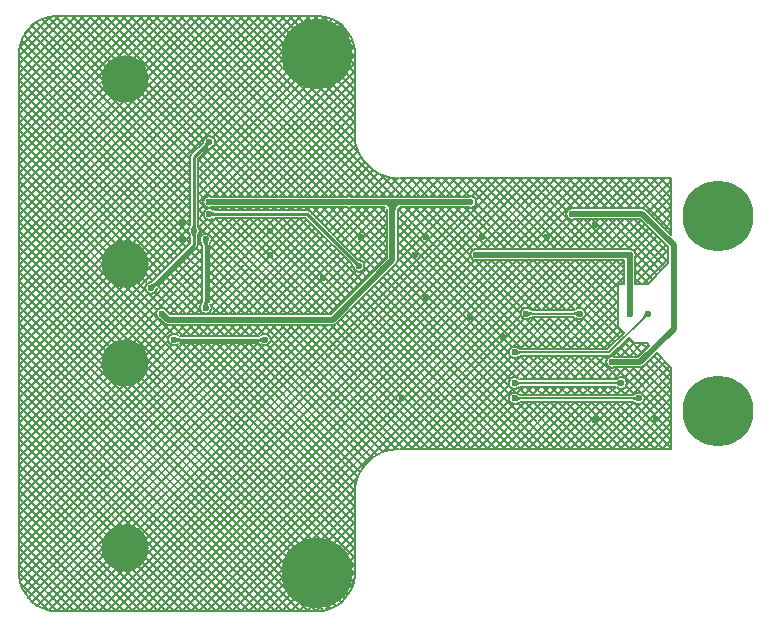
<source format=gbl>
G04*
G04 #@! TF.GenerationSoftware,Altium Limited,Altium Designer,23.9.2 (47)*
G04*
G04 Layer_Physical_Order=2*
G04 Layer_Color=16711680*
%FSLAX25Y25*%
%MOIN*%
G70*
G04*
G04 #@! TF.SameCoordinates,5BF2F9AB-C423-4005-A627-090FB2B952A9*
G04*
G04*
G04 #@! TF.FilePolarity,Positive*
G04*
G01*
G75*
%ADD10C,0.00984*%
%ADD13C,0.00787*%
%ADD15C,0.00591*%
%ADD45C,0.01968*%
%ADD46C,0.15748*%
%ADD47C,0.23622*%
%ADD48C,0.02362*%
G36*
X23141Y-9154D02*
X23021Y-9157D01*
X22908Y-9167D01*
X22800Y-9184D01*
X22697Y-9207D01*
X22601Y-9237D01*
X22509Y-9274D01*
X22424Y-9318D01*
X22344Y-9368D01*
X22270Y-9425D01*
X22202Y-9488D01*
Y-7835D01*
X22270Y-7898D01*
X22344Y-7955D01*
X22424Y-8005D01*
X22509Y-8049D01*
X22601Y-8086D01*
X22697Y-8116D01*
X22800Y-8139D01*
X22908Y-8156D01*
X23021Y-8166D01*
X23141Y-8169D01*
Y-9154D01*
D02*
G37*
G36*
X15289Y9593D02*
X15207Y9507D01*
X15134Y9419D01*
X15069Y9331D01*
X15014Y9242D01*
X14967Y9152D01*
X14928Y9062D01*
X14899Y8971D01*
X14878Y8879D01*
X14866Y8786D01*
X14862Y8693D01*
X13693Y9862D01*
X13786Y9866D01*
X13879Y9878D01*
X13971Y9899D01*
X14062Y9928D01*
X14152Y9967D01*
X14242Y10014D01*
X14331Y10069D01*
X14419Y10134D01*
X14507Y10207D01*
X14593Y10289D01*
X15289Y9593D01*
D02*
G37*
G36*
X32303Y3751D02*
X32307Y3632D01*
X32316Y3518D01*
X32333Y3410D01*
X32357Y3307D01*
X32387Y3211D01*
X32424Y3120D01*
X32467Y3034D01*
X32517Y2954D01*
X32574Y2880D01*
X32638Y2812D01*
X30984D01*
X31048Y2880D01*
X31105Y2954D01*
X31155Y3034D01*
X31198Y3120D01*
X31235Y3211D01*
X31265Y3307D01*
X31289Y3410D01*
X31306Y3518D01*
X31316Y3632D01*
X31319Y3751D01*
X32303D01*
D02*
G37*
G36*
X49793Y-8169D02*
X49912Y-8166D01*
X50025Y-8156D01*
X50134Y-8139D01*
X50236Y-8116D01*
X50333Y-8086D01*
X50424Y-8049D01*
X50509Y-8005D01*
X50589Y-7955D01*
X50663Y-7898D01*
X50731Y-7835D01*
Y-9488D01*
X50663Y-9425D01*
X50589Y-9368D01*
X50509Y-9318D01*
X50424Y-9274D01*
X50333Y-9237D01*
X50236Y-9207D01*
X50134Y-9184D01*
X50025Y-9167D01*
X49912Y-9157D01*
X49793Y-9154D01*
Y-8169D01*
D02*
G37*
G36*
X27461Y25777D02*
X27457Y25896D01*
X27447Y26010D01*
X27430Y26118D01*
X27407Y26220D01*
X27377Y26317D01*
X27340Y26408D01*
X27297Y26493D01*
X27246Y26573D01*
X27190Y26647D01*
X27126Y26716D01*
X28780D01*
X28716Y26647D01*
X28659Y26573D01*
X28609Y26493D01*
X28565Y26408D01*
X28529Y26317D01*
X28498Y26220D01*
X28475Y26118D01*
X28458Y26010D01*
X28448Y25896D01*
X28445Y25777D01*
X27461D01*
D02*
G37*
G36*
X31319Y22942D02*
X31316Y23061D01*
X31306Y23175D01*
X31289Y23283D01*
X31265Y23385D01*
X31235Y23482D01*
X31198Y23573D01*
X31155Y23659D01*
X31105Y23738D01*
X31048Y23812D01*
X30984Y23881D01*
X32638D01*
X32574Y23812D01*
X32517Y23738D01*
X32467Y23659D01*
X32424Y23573D01*
X32387Y23482D01*
X32357Y23385D01*
X32333Y23283D01*
X32316Y23175D01*
X32307Y23061D01*
X32303Y22942D01*
X31319D01*
D02*
G37*
G36*
X28445Y29341D02*
X28448Y29222D01*
X28458Y29108D01*
X28475Y29000D01*
X28498Y28898D01*
X28529Y28801D01*
X28565Y28710D01*
X28609Y28625D01*
X28659Y28545D01*
X28716Y28471D01*
X28780Y28403D01*
X27126D01*
X27190Y28471D01*
X27246Y28545D01*
X27297Y28625D01*
X27340Y28710D01*
X27377Y28801D01*
X27407Y28898D01*
X27430Y29000D01*
X27447Y29108D01*
X27457Y29222D01*
X27461Y29341D01*
X28445D01*
D02*
G37*
G36*
X34853Y32697D02*
X34734Y32693D01*
X34620Y32684D01*
X34512Y32667D01*
X34410Y32643D01*
X34313Y32613D01*
X34222Y32576D01*
X34137Y32533D01*
X34057Y32483D01*
X33983Y32426D01*
X33914Y32362D01*
Y34016D01*
X33983Y33952D01*
X34057Y33895D01*
X34137Y33845D01*
X34222Y33802D01*
X34313Y33765D01*
X34410Y33735D01*
X34512Y33711D01*
X34620Y33694D01*
X34734Y33684D01*
X34853Y33681D01*
Y32697D01*
D02*
G37*
G36*
X31463Y56371D02*
X31545Y56458D01*
X31618Y56545D01*
X31682Y56634D01*
X31738Y56723D01*
X31785Y56812D01*
X31824Y56903D01*
X31853Y56994D01*
X31874Y57086D01*
X31886Y57178D01*
X31890Y57272D01*
X33059Y56102D01*
X32966Y56099D01*
X32873Y56087D01*
X32781Y56066D01*
X32690Y56036D01*
X32600Y55998D01*
X32510Y55951D01*
X32421Y55895D01*
X32333Y55831D01*
X32245Y55757D01*
X32158Y55675D01*
X31463Y56371D01*
D02*
G37*
G36*
X136665Y-28642D02*
X136555Y-28646D01*
X136448Y-28659D01*
X136344Y-28681D01*
X136242Y-28711D01*
X136143Y-28750D01*
X136046Y-28798D01*
X135952Y-28854D01*
X135861Y-28919D01*
X135772Y-28993D01*
X135686Y-29075D01*
Y-27421D01*
X135772Y-27503D01*
X135861Y-27577D01*
X135952Y-27642D01*
X136046Y-27698D01*
X136143Y-27746D01*
X136242Y-27785D01*
X136344Y-27815D01*
X136448Y-27837D01*
X136555Y-27850D01*
X136665Y-27854D01*
Y-28642D01*
D02*
G37*
G36*
Y-23524D02*
X136555Y-23528D01*
X136448Y-23541D01*
X136344Y-23563D01*
X136242Y-23593D01*
X136143Y-23632D01*
X136046Y-23679D01*
X135952Y-23736D01*
X135861Y-23801D01*
X135772Y-23874D01*
X135686Y-23957D01*
Y-22303D01*
X135772Y-22385D01*
X135861Y-22459D01*
X135952Y-22524D01*
X136046Y-22580D01*
X136143Y-22628D01*
X136242Y-22667D01*
X136344Y-22697D01*
X136448Y-22719D01*
X136555Y-22732D01*
X136665Y-22736D01*
Y-23524D01*
D02*
G37*
G36*
Y-13287D02*
X136555Y-13292D01*
X136448Y-13305D01*
X136344Y-13326D01*
X136242Y-13357D01*
X136143Y-13396D01*
X136046Y-13443D01*
X135952Y-13500D01*
X135861Y-13565D01*
X135772Y-13638D01*
X135686Y-13720D01*
Y-12067D01*
X135772Y-12149D01*
X135861Y-12223D01*
X135952Y-12288D01*
X136046Y-12344D01*
X136143Y-12392D01*
X136242Y-12431D01*
X136344Y-12461D01*
X136448Y-12483D01*
X136555Y-12496D01*
X136665Y-12500D01*
Y-13287D01*
D02*
G37*
G36*
X81881Y17601D02*
X81968Y17519D01*
X82055Y17445D01*
X82143Y17381D01*
X82232Y17325D01*
X82322Y17278D01*
X82412Y17240D01*
X82504Y17210D01*
X82596Y17189D01*
X82688Y17177D01*
X82781Y17173D01*
X81612Y16004D01*
X81609Y16097D01*
X81597Y16190D01*
X81576Y16282D01*
X81546Y16373D01*
X81508Y16464D01*
X81461Y16553D01*
X81405Y16642D01*
X81340Y16730D01*
X81267Y16818D01*
X81185Y16905D01*
X81881Y17601D01*
D02*
G37*
G36*
X94095Y38199D02*
D01*
D01*
D01*
D01*
D01*
D01*
D01*
D01*
D01*
D01*
X91142Y36230D01*
X91516Y36211D01*
X91850Y36152D01*
X92146Y36053D01*
X92402Y35915D01*
X92618Y35738D01*
X92795Y35522D01*
X92933Y35266D01*
X93032Y34971D01*
X93090Y34636D01*
X93110Y34262D01*
X95079D01*
X95098Y34636D01*
X95157Y34971D01*
X95256Y35266D01*
X95394Y35522D01*
X95571Y35738D01*
X95787Y35915D01*
X96043Y36053D01*
X96339Y36152D01*
X96673Y36211D01*
X97047Y36230D01*
X94095Y38199D01*
D02*
G37*
G36*
X140602Y-394D02*
X140492Y-398D01*
X140385Y-411D01*
X140281Y-433D01*
X140179Y-463D01*
X140080Y-502D01*
X139983Y-550D01*
X139889Y-606D01*
X139798Y-671D01*
X139709Y-745D01*
X139623Y-827D01*
Y827D01*
X139709Y745D01*
X139798Y671D01*
X139889Y606D01*
X139983Y550D01*
X140080Y502D01*
X140179Y463D01*
X140281Y433D01*
X140385Y411D01*
X140492Y398D01*
X140602Y394D01*
Y-394D01*
D02*
G37*
G36*
X154674Y394D02*
X154783Y398D01*
X154890Y411D01*
X154995Y433D01*
X155096Y463D01*
X155196Y502D01*
X155292Y550D01*
X155386Y606D01*
X155478Y671D01*
X155566Y745D01*
X155653Y827D01*
Y-827D01*
X155566Y-745D01*
X155478Y-671D01*
X155386Y-606D01*
X155292Y-550D01*
X155196Y-502D01*
X155096Y-463D01*
X154995Y-433D01*
X154890Y-411D01*
X154783Y-398D01*
X154674Y-394D01*
Y394D01*
D02*
G37*
G36*
X168453Y-22736D02*
X168563Y-22732D01*
X168670Y-22719D01*
X168774Y-22697D01*
X168876Y-22667D01*
X168975Y-22628D01*
X169072Y-22580D01*
X169166Y-22524D01*
X169257Y-22459D01*
X169346Y-22385D01*
X169432Y-22303D01*
Y-23957D01*
X169346Y-23874D01*
X169257Y-23801D01*
X169166Y-23736D01*
X169072Y-23679D01*
X168975Y-23632D01*
X168876Y-23593D01*
X168774Y-23563D01*
X168670Y-23541D01*
X168563Y-23528D01*
X168453Y-23524D01*
Y-22736D01*
D02*
G37*
G36*
X174359Y-27854D02*
X174468Y-27850D01*
X174575Y-27837D01*
X174680Y-27815D01*
X174782Y-27785D01*
X174881Y-27746D01*
X174977Y-27698D01*
X175071Y-27642D01*
X175163Y-27577D01*
X175251Y-27503D01*
X175338Y-27421D01*
Y-29075D01*
X175251Y-28993D01*
X175163Y-28919D01*
X175071Y-28854D01*
X174977Y-28798D01*
X174881Y-28750D01*
X174782Y-28711D01*
X174680Y-28681D01*
X174575Y-28659D01*
X174468Y-28646D01*
X174359Y-28642D01*
Y-27854D01*
D02*
G37*
G36*
X177567Y-1010D02*
X177641Y-930D01*
X177708Y-845D01*
X177766Y-756D01*
X177817Y-662D01*
X177859Y-565D01*
X177894Y-463D01*
X177921Y-356D01*
X177939Y-246D01*
X177950Y-131D01*
X177953Y-12D01*
X179122Y-1181D01*
X179003Y-1184D01*
X178888Y-1194D01*
X178778Y-1213D01*
X178671Y-1240D01*
X178569Y-1275D01*
X178472Y-1317D01*
X178378Y-1368D01*
X178289Y-1426D01*
X178204Y-1493D01*
X178124Y-1567D01*
X177567Y-1010D01*
D02*
G37*
D10*
X13681Y8681D02*
X27953Y22953D01*
Y27559D01*
X21358Y-8661D02*
X51575D01*
X31811Y1969D02*
Y24724D01*
X27953Y52165D02*
X33071Y57284D01*
X27953Y27559D02*
Y52165D01*
X65597Y33189D02*
X82793Y15992D01*
X33071Y33189D02*
X65597D01*
D13*
X138779Y0D02*
X156496D01*
X134843Y-12894D02*
X166240D01*
X179134Y0D01*
X134843Y-28248D02*
X176181D01*
X134843Y-23130D02*
X170276D01*
D15*
X178581Y34565D02*
X177323Y35087D01*
X178581Y34565D02*
X177323Y35087D01*
X154884D02*
X153915Y35280D01*
X152974Y34981D01*
X152295Y34264D01*
X152048Y33307D01*
X152295Y32351D01*
X152974Y31633D01*
X153915Y31334D01*
X154884Y31528D01*
X175008Y18825D02*
X175205Y19685D01*
X174958Y20642D01*
X174279Y21359D01*
X173337Y21658D01*
X172369Y21465D01*
X158472Y0D02*
X158265Y882D01*
X157685Y1579D01*
X156855Y1944D01*
X155949Y1899D01*
X155159Y1455D01*
X122075Y37224D02*
X121825Y38186D01*
X121139Y38905D01*
X120191Y39199D01*
X119219Y38994D01*
X80564D02*
X79724Y39181D01*
X78885Y38994D01*
X119259Y35435D02*
X120224Y35252D01*
X121159Y35556D01*
X121831Y36273D01*
X122075Y37224D01*
X122907Y21465D02*
X121938Y21658D01*
X120997Y21359D01*
X120318Y20642D01*
X120071Y19685D01*
X120318Y18729D01*
X120997Y18011D01*
X121938Y17712D01*
X122907Y17906D01*
X95353Y16458D02*
X95874Y17717D01*
X95353Y16458D02*
X95874Y17717D01*
X78844Y35435D02*
X79724Y35228D01*
X80604Y35435D01*
X84770Y15992D02*
X84520Y16954D01*
X83833Y17673D01*
X82883Y17967D01*
X80819Y15903D02*
X81120Y14940D01*
X81857Y14252D01*
X82838Y14017D01*
X83807Y14296D01*
X84512Y15017D01*
X84770Y15992D01*
X176772Y-17921D02*
X178030Y-17400D01*
X176772Y-17921D02*
X178030Y-17400D01*
X166240Y-14083D02*
X167081Y-13734D01*
X166240Y-14083D02*
X167081Y-13734D01*
X168183Y-14362D02*
X167214Y-14168D01*
X166272Y-14468D01*
X165593Y-15185D01*
X165347Y-16142D01*
X165593Y-17098D01*
X166272Y-17816D01*
X167214Y-18115D01*
X168183Y-17921D01*
X174844Y-29703D02*
X175634Y-30147D01*
X176540Y-30192D01*
X177370Y-29827D01*
X177950Y-29130D01*
X178157Y-28248D01*
X177950Y-27366D01*
X177370Y-26669D01*
X176540Y-26304D01*
X175634Y-26349D01*
X174844Y-26793D01*
X168938Y-24585D02*
X169729Y-25029D01*
X170634Y-25074D01*
X171464Y-24709D01*
X172044Y-24012D01*
X172252Y-23130D01*
X172044Y-22248D01*
X171464Y-21551D01*
X170634Y-21186D01*
X169729Y-21231D01*
X168938Y-21675D01*
X155159Y-1455D02*
X155949Y-1899D01*
X156855Y-1944D01*
X157685Y-1579D01*
X158265Y-882D01*
X158472Y0D01*
X140117Y1455D02*
X139228Y1925D01*
X138223Y1897D01*
X137363Y1378D01*
X136868Y503D01*
Y-503D01*
X137363Y-1378D01*
X138223Y-1897D01*
X139228Y-1925D01*
X140117Y-1455D01*
X136180Y-11438D02*
X135291Y-10969D01*
X134286Y-10997D01*
X133425Y-11516D01*
X132931Y-12391D01*
Y-13396D01*
X133425Y-14271D01*
X134286Y-14790D01*
X135291Y-14818D01*
X136180Y-14349D01*
X74410Y-3748D02*
X75668Y-3227D01*
X74410Y-3748D02*
X75668Y-3227D01*
X136180Y-21675D02*
X135291Y-21205D01*
X134286Y-21233D01*
X133425Y-21752D01*
X132931Y-22627D01*
Y-23632D01*
X133425Y-24508D01*
X134286Y-25026D01*
X135291Y-25055D01*
X136180Y-24585D01*
X136180Y-26793D02*
X135291Y-26323D01*
X134286Y-26351D01*
X133425Y-26870D01*
X132931Y-27745D01*
Y-28751D01*
X133425Y-29626D01*
X134286Y-30145D01*
X135291Y-30173D01*
X136180Y-29703D01*
X66507Y34099D02*
X65597Y34476D01*
X66507Y34099D02*
X65597Y34476D01*
X35047Y57284D02*
X34790Y58259D01*
X34085Y58980D01*
X33116Y59259D01*
X32135Y59024D01*
X31398Y58336D01*
X31097Y57373D01*
X33160Y55309D02*
X34110Y55603D01*
X34797Y56321D01*
X35047Y57284D01*
X33910Y38994D02*
X32939Y39177D01*
X32001Y38867D01*
X31330Y38141D01*
X31095Y37182D01*
X31352Y36228D01*
X32040Y35519D01*
X32984Y35230D01*
X33951Y35435D01*
X34404Y34648D02*
X33515Y35115D01*
X32511Y35085D01*
X31652Y34565D01*
X31159Y33691D01*
Y32687D01*
X31652Y31813D01*
X32511Y31293D01*
X33515Y31263D01*
X34404Y31730D01*
X33270Y23392D02*
X33787Y24724D01*
Y1969D02*
X33270Y3301D01*
X33787Y24724D02*
X33559Y25646D01*
X32928Y26355D01*
X32038Y26688D01*
X31096Y26567D01*
X30319Y26021D01*
X29887Y25176D01*
X29899Y24226D01*
X30352Y23392D01*
X29929Y27559D02*
X29412Y28892D01*
X29412Y26226D02*
X29929Y27559D01*
X28863Y22042D02*
X29240Y22953D01*
X28863Y22042D02*
X29240Y22953D01*
X27042Y53076D02*
X26665Y52165D01*
X27042Y53076D02*
X26665Y52165D01*
X26493Y28892D02*
X26036Y28042D01*
Y27077D01*
X26493Y26226D01*
X13591Y10655D02*
X12633Y10357D01*
X11945Y9626D01*
X11705Y8651D01*
X11975Y7684D01*
X12684Y6974D01*
X13651Y6705D01*
X14626Y6945D01*
X15357Y7633D01*
X15655Y8591D01*
X53551Y-8661D02*
X53344Y-7780D01*
X52765Y-7084D01*
X51937Y-6718D01*
X51033Y-6761D01*
X50242Y-7202D01*
X50242Y-10121D02*
X51033Y-10562D01*
X51937Y-10604D01*
X52765Y-10239D01*
X53344Y-9543D01*
X53551Y-8661D01*
X30352Y3301D02*
X29899Y2467D01*
X29887Y1517D01*
X30319Y672D01*
X31096Y126D01*
X32038Y5D01*
X32928Y338D01*
X33559Y1047D01*
X33787Y1969D01*
X19203Y664D02*
X18655Y1486D01*
X17777Y1940D01*
X16790Y1913D01*
X15939Y1411D01*
X15437Y560D01*
X15410Y-428D01*
X15864Y-1305D01*
X16686Y-1853D01*
X18060Y-3227D02*
X19318Y-3748D01*
X18060Y-3227D02*
X19318Y-3748D01*
X22691Y-7202D02*
X21802Y-6735D01*
X20799Y-6766D01*
X19940Y-7285D01*
X19447Y-8160D01*
Y-9163D01*
X19940Y-10038D01*
X20799Y-10557D01*
X21802Y-10587D01*
X22691Y-10121D01*
X172206Y35087D02*
X182174Y45054D01*
X174990Y35087D02*
X184958Y45054D01*
X166664Y45054D02*
X176631Y35087D01*
X169422D02*
X179390Y45054D01*
X186151D02*
X187008Y44197D01*
X183367Y45054D02*
X187008Y41413D01*
X180583Y45054D02*
X187008Y38629D01*
X177799Y45054D02*
X187008Y35846D01*
X161071Y35087D02*
X171038Y45054D01*
X161096D02*
X171063Y35087D01*
X158287D02*
X168254Y45054D01*
X158312D02*
X168280Y35087D01*
X163880Y45054D02*
X173847Y35087D01*
X166639D02*
X176606Y45054D01*
X163855Y35087D02*
X173822Y45054D01*
X175015D02*
X187008Y33062D01*
Y26139D02*
Y45054D01*
X172232D02*
X187008Y30278D01*
X169448Y45054D02*
X187008Y27494D01*
X182093Y31054D02*
X187008Y35969D01*
X183485Y29662D02*
X187008Y33185D01*
X180701Y32446D02*
X187008Y38753D01*
X178581Y34565D02*
X187008Y26139D01*
X177727Y35040D02*
X187008Y44320D01*
X179309Y33838D02*
X187008Y41536D01*
X160703Y31528D02*
X170766Y21465D01*
X161368D02*
X171431Y31528D01*
X158584Y21465D02*
X168647Y31528D01*
X149961Y45054D02*
X159928Y35087D01*
X152744Y45054D02*
X162712Y35087D01*
X96457Y45054D02*
X187008Y45054D01*
X147177Y45054D02*
X157144Y35087D01*
X155503D02*
X165471Y45054D01*
X155528D02*
X165496Y35087D01*
X154884D02*
X177323D01*
X141609Y45054D02*
X152333Y34330D01*
X127690Y45054D02*
X151279Y21465D01*
X122122Y45054D02*
X145711Y21465D01*
X124906Y45054D02*
X148495Y21465D01*
X144393Y45054D02*
X154169Y35278D01*
X125178Y21465D02*
X148767Y45054D01*
X122531Y21601D02*
X145983Y45054D01*
X139097Y21465D02*
X162687Y45054D01*
X150233Y21465D02*
X160296Y31528D01*
X136313Y21465D02*
X159903Y45054D01*
X138825Y45054D02*
X162415Y21465D01*
X155800D02*
X165864Y31528D01*
X157919D02*
X167982Y21465D01*
X153017D02*
X163080Y31528D01*
X155135D02*
X165198Y21465D01*
X133257Y45054D02*
X156847Y21465D01*
X136041Y45054D02*
X159631Y21465D01*
X127962D02*
X151551Y45054D01*
X130473Y45054D02*
X154063Y21465D01*
X133529D02*
X157119Y45054D01*
X141881Y21465D02*
X152484Y32068D01*
X130746Y21465D02*
X154335Y45054D01*
X176586Y31528D02*
X186016Y22097D01*
X174623Y31528D02*
X186016Y20134D01*
X171839Y31528D02*
X186016Y17350D01*
X169055Y31528D02*
X184937Y15645D01*
X186269Y26878D02*
X187008Y27617D01*
X186016Y16724D02*
Y22097D01*
X184877Y28270D02*
X187008Y30401D01*
X175008Y15617D02*
X183752Y24361D01*
X172597Y21558D02*
X179576Y28537D01*
X174759Y20936D02*
X180968Y27145D01*
X166936Y21465D02*
X176792Y31321D01*
X169720Y21465D02*
X178184Y29929D01*
X175008Y18401D02*
X182360Y25753D01*
X175200Y19814D02*
X182153Y12862D01*
X175008Y10049D02*
X186016Y21057D01*
X166271Y31528D02*
X183545Y14254D01*
X175008Y12833D02*
X185144Y22969D01*
X177585Y9843D02*
X186016Y18273D01*
X179134Y9843D02*
X186016Y16724D01*
X175008Y17223D02*
X180761Y11470D01*
X175008Y14439D02*
X179369Y10078D01*
X175008Y9843D02*
Y18825D01*
Y11655D02*
X176821Y9843D01*
X168757Y17906D02*
X171449Y15214D01*
Y9843D02*
Y17906D01*
X169291Y9843D02*
X171449D01*
X175008Y9843D02*
X179134D01*
X169291Y9843D02*
X171449D01*
X163487Y31528D02*
X173357Y21657D01*
X164152Y21465D02*
X174215Y31528D01*
X154884D02*
X176586D01*
X122907Y21465D02*
X172369D01*
X165974Y17906D02*
X171449Y12430D01*
X163190Y17906D02*
X171253Y9843D01*
X122907Y17906D02*
X171449D01*
X155568Y1745D02*
X171449Y17626D01*
X144665Y21465D02*
X154624Y31424D01*
X147449Y21465D02*
X157512Y31528D01*
X139074Y1954D02*
X155025Y17906D01*
X140919D02*
X156887Y1937D01*
X160406Y17906D02*
X169291Y9020D01*
X157622Y17906D02*
X169291Y6236D01*
X154838Y17906D02*
X169291Y3452D01*
X149444Y1189D02*
X166161Y17906D01*
X152228Y1189D02*
X168945Y17906D01*
X143877Y1189D02*
X160593Y17906D01*
X146660Y1189D02*
X163377Y17906D01*
X157948Y1341D02*
X171449Y14842D01*
X152054Y17906D02*
X169291Y668D01*
X138135Y17906D02*
X154815Y1225D01*
X135351Y17906D02*
X152067Y1189D01*
X129783Y17906D02*
X146500Y1189D01*
X132567Y17906D02*
X149284Y1189D01*
X141093D02*
X157809Y17906D01*
X140696Y-1189D02*
X154580D01*
X140696Y1189D02*
X154580D01*
X97067Y45054D02*
X103127Y38994D01*
X98165D02*
X104225Y45054D01*
X94068Y45269D02*
X100343Y38994D01*
X95381D02*
X101441Y45054D01*
X113770Y45054D02*
X119670Y39154D01*
X120583Y39140D02*
X126496Y45054D01*
X99851Y45054D02*
X105911Y38994D01*
X100949D02*
X107009Y45054D01*
X91715Y45826D02*
X93456Y45360D01*
X93611Y45329D02*
X95398Y45094D01*
X89901Y46567D02*
X91566Y45877D01*
X90047Y46506D02*
X97559Y38994D01*
X95516Y45084D02*
X96417Y45055D01*
X92598Y38994D02*
X98657Y45054D01*
X89814Y38994D02*
X95891Y45072D01*
X114868Y38994D02*
X120929Y45054D01*
X117652Y38994D02*
X123712Y45054D01*
X110986Y45054D02*
X117046Y38994D01*
X112085D02*
X118145Y45054D01*
X121998Y37771D02*
X129280Y45054D01*
X119338D02*
X142927Y21465D01*
X116554Y45054D02*
X140144Y21465D01*
X105419Y45054D02*
X111478Y38994D01*
X108202Y45054D02*
X114262Y38994D01*
X102635Y45054D02*
X108695Y38994D01*
X103733D02*
X109793Y45054D01*
X109301Y38994D02*
X115361Y45054D01*
X109301Y38994D02*
X115361Y45054D01*
X106517Y38994D02*
X112577Y45054D01*
X81256Y89072D02*
X81471Y87438D01*
Y86614D02*
Y87438D01*
X80199Y92187D02*
X80830Y90664D01*
X81256Y89072D01*
X81472Y60000D02*
X81502Y59099D01*
X81511Y58981D02*
X81747Y57194D01*
X81471Y62008D02*
Y86614D01*
Y60039D02*
Y62008D01*
X75898Y97091D02*
X77206Y96088D01*
X75316Y97427D02*
X79711Y93033D01*
X72948Y98546D02*
X74471Y97915D01*
X75898Y97091D01*
X78371Y94922D02*
X79375Y93615D01*
X80199Y92187D01*
X77206Y96088D02*
X78371Y94922D01*
X86637Y48723D02*
X88067Y47625D01*
X88198Y47538D02*
X89759Y46637D01*
X85244Y50101D02*
X86519Y48827D01*
X78678Y38994D02*
X87638Y47954D01*
X84246Y38994D02*
X91257Y46005D01*
X87030Y38994D02*
X93408Y45373D01*
X81462Y38994D02*
X89344Y46876D01*
X83054Y53342D02*
X83955Y51781D01*
X84043Y51650D02*
X85140Y50220D01*
X81777Y57039D02*
X82244Y55298D01*
X82294Y55149D02*
X82984Y53483D01*
X75894Y38994D02*
X86123Y49223D01*
X73110Y38994D02*
X84791Y50675D01*
X95874Y22783D02*
X108526Y35435D01*
X95874Y25567D02*
X105742Y35435D01*
X95874Y25567D02*
X105742Y35435D01*
X112254D02*
X126224Y21465D01*
X115038Y35435D02*
X129008Y21465D01*
X97147Y35435D02*
X119259D01*
X109470D02*
X123440Y21465D01*
X96765Y35403D02*
X97090Y35421D01*
X95874Y28351D02*
X102958Y35435D01*
X95874Y33919D02*
X97390Y35435D01*
X95874Y31135D02*
X100174Y35435D01*
X96538Y35363D02*
X96765Y35403D01*
X95906Y34544D02*
X95946Y34771D01*
X95889Y34219D02*
X95906Y34544D01*
X120699Y35341D02*
X134576Y21465D01*
X122028Y36796D02*
X137360Y21465D01*
X117821Y35435D02*
X131792Y21465D01*
X101118Y35435D02*
X136821Y-268D01*
X124215Y17906D02*
X140932Y1189D01*
X126999Y17906D02*
X143716Y1189D01*
X121570Y17767D02*
X137689Y1648D01*
X106686Y35435D02*
X120858Y21263D01*
X103902Y35435D02*
X120129Y19208D01*
X95874Y20000D02*
X111310Y35435D01*
X95767Y17109D02*
X114093Y35435D01*
X95874Y17717D02*
Y34162D01*
X94252Y38994D02*
X119219D01*
X89983Y35435D02*
X92315Y33103D01*
X80564Y38994D02*
X93937D01*
X87199Y35435D02*
X92315Y30319D01*
X92243Y34771D02*
X92283Y34544D01*
X92300Y34219D01*
X84415Y35435D02*
X92315Y27535D01*
X81631Y35435D02*
X92315Y24751D01*
X77105Y23502D02*
X89038Y35435D01*
X74321Y26285D02*
X83471Y35435D01*
X75713Y24893D02*
X86255Y35435D01*
X91099Y35421D02*
X91424Y35403D01*
X91651Y35363D01*
X80604Y35435D02*
X91042D01*
X81281Y19326D02*
X92315Y30360D01*
Y18454D02*
Y34162D01*
X79889Y20718D02*
X92315Y33144D01*
X76063Y35435D02*
X92315Y19183D01*
X82729Y17990D02*
X92315Y27576D01*
X84504Y16982D02*
X92315Y24792D01*
X73672Y-189D02*
X92315Y18454D01*
X78850Y35432D02*
X92315Y21967D01*
X78497Y22109D02*
X91726Y35338D01*
X73279Y35435D02*
X91288Y17426D01*
X84736Y15627D02*
X87112Y13251D01*
X83451Y14128D02*
X85720Y11859D01*
X172839Y-7977D02*
X174705Y-9843D01*
X172604Y-8212D02*
X177394Y-13002D01*
X170083Y-14362D02*
X174654Y-9792D01*
X171212Y-9604D02*
X175970Y-14362D01*
X178888Y-9843D02*
X179721Y-10676D01*
X177018Y-9843D02*
X178786Y-11610D01*
X174705Y-9843D02*
X178888D01*
X168183Y-14362D02*
X176034D01*
X169291Y-4429D02*
Y9843D01*
Y-4429D02*
X171157Y-6295D01*
X167081Y-13734D02*
X172839Y-7977D01*
X167490Y-14172D02*
X173262Y-8400D01*
X168428Y-12387D02*
X170403Y-14362D01*
X169820Y-10996D02*
X173186Y-14362D01*
X167035Y-13778D02*
X167424Y-14168D01*
X182238Y-13192D02*
X187008Y-17963D01*
X181303Y-14127D02*
X187008Y-19832D01*
X179911Y-15519D02*
X187008Y-22616D01*
X171306Y-27059D02*
X183705Y-14660D01*
X178519Y-16911D02*
X187008Y-25400D01*
X177308Y-26625D02*
X186489Y-17444D01*
X174090Y-27059D02*
X185097Y-16052D01*
X176745Y-17921D02*
X187008Y-28184D01*
X176034Y-14362D02*
X179721Y-10676D01*
X178030Y-17400D02*
X182238Y-13192D01*
X172867Y-14362D02*
X177387Y-9843D01*
X175651Y-14362D02*
X179529Y-10484D01*
X172241Y-23341D02*
X182313Y-13268D01*
X147686Y-11705D02*
X171449Y12058D01*
X150470Y-11705D02*
X169291Y7117D01*
X146486Y17906D02*
X170922Y-6530D01*
X143703Y17906D02*
X169530Y-7922D01*
X158822Y-11705D02*
X169291Y-1235D01*
X161606Y-11705D02*
X169291Y-4019D01*
X153254Y-11705D02*
X169291Y4333D01*
X156038Y-11705D02*
X169291Y1549D01*
X158433Y391D02*
X168138Y-9314D01*
X151662Y-1189D02*
X162177Y-11705D01*
X149270Y17906D02*
X169291Y-2115D01*
X148878Y-1189D02*
X159393Y-11705D01*
X157647Y-1607D02*
X166746Y-10706D01*
X154445Y-1189D02*
X164961Y-11705D01*
X136759D02*
X165748D01*
X164389D02*
X170478Y-5616D01*
X165748Y-11705D02*
X171157Y-6295D01*
X165289Y-21941D02*
X169308Y-17921D01*
X161771Y-14083D02*
X169176Y-21487D01*
X158987Y-14083D02*
X166846Y-21941D01*
X156204Y-14083D02*
X164062Y-21941D01*
X156937D02*
X164795Y-14083D01*
X153420D02*
X161278Y-21941D01*
X154153D02*
X162012Y-14083D01*
X164555D02*
X165617Y-15144D01*
X159721Y-21941D02*
X165354Y-16308D01*
X136759Y-14083D02*
X166240D01*
X171336Y-21462D02*
X174876Y-17921D01*
X173962D02*
X187008Y-30968D01*
X168183Y-17921D02*
X176772D01*
X168394D02*
X176867Y-26395D01*
X178128Y-28589D02*
X187008Y-19709D01*
X171178Y-17921D02*
X187008Y-33751D01*
X171918Y-24229D02*
X174642Y-26953D01*
X168073Y-21941D02*
X172092Y-17921D01*
X168522Y-27059D02*
X170486Y-25095D01*
X169990Y-25086D02*
X171964Y-27059D01*
X166440Y-24319D02*
X169180Y-27059D01*
X175582Y-45054D02*
X187008Y-33628D01*
X187008Y-17963D02*
X187008Y-45054D01*
X174358Y-29453D02*
X187008Y-42103D01*
X171558Y-29437D02*
X187008Y-44887D01*
X183934Y-45054D02*
X187008Y-41980D01*
X186718Y-45054D02*
X187008Y-44764D01*
X178366Y-45054D02*
X187008Y-36412D01*
X181150Y-45054D02*
X187008Y-39196D01*
X178035Y-27562D02*
X187008Y-36535D01*
X170014Y-45054D02*
X187008Y-28061D01*
X165990Y-29437D02*
X181607Y-45054D01*
X167230D02*
X187008Y-25277D01*
X177451Y-29762D02*
X187008Y-39319D01*
X172798Y-45054D02*
X187008Y-30845D01*
X168774Y-29437D02*
X184391Y-45054D01*
X162505Y-21941D02*
X166505Y-17941D01*
X165738Y-27059D02*
X168462Y-24335D01*
X136759Y-21941D02*
X168359D01*
X136759Y-24319D02*
X168359D01*
X152071Y-29437D02*
X167688Y-45054D01*
X154855Y-29437D02*
X170472Y-45054D01*
X136759Y-27059D02*
X174265D01*
X136759Y-29437D02*
X174265D01*
X160171Y-27059D02*
X162911Y-24319D01*
X160872D02*
X163612Y-27059D01*
X157387D02*
X160127Y-24319D01*
X158088D02*
X160828Y-27059D01*
X162954D02*
X165695Y-24319D01*
X163656D02*
X166396Y-27059D01*
X149287Y-29437D02*
X164904Y-45054D01*
X163206Y-29437D02*
X178823Y-45054D01*
X164447D02*
X187008Y-22493D01*
X157639Y-29437D02*
X173256Y-45054D01*
X160422Y-29437D02*
X176040Y-45054D01*
X158879Y-45054D02*
X174468Y-29465D01*
X161663Y-45054D02*
X176522Y-30195D01*
X96457Y-45054D02*
X187008Y-45054D01*
X146503Y-29437D02*
X162120Y-45054D01*
X147743D02*
X163360Y-29437D01*
X143719D02*
X159336Y-45054D01*
X144959D02*
X160576Y-29437D01*
X153311Y-45054D02*
X168928Y-29437D01*
X156095Y-45054D02*
X171712Y-29437D01*
X150527Y-45054D02*
X166144Y-29437D01*
X143310Y-1189D02*
X153826Y-11705D01*
X139334D02*
X149850Y-1189D01*
X142118Y-11705D02*
X152634Y-1189D01*
X144902Y-11705D02*
X155154Y-1453D01*
X146094Y-1189D02*
X156609Y-11705D01*
X138511Y-1958D02*
X148258Y-11705D01*
X140545Y-1208D02*
X151042Y-11705D01*
X136575Y-11681D02*
X147066Y-1189D01*
X134529Y-10942D02*
X144282Y-1189D01*
X98334Y35435D02*
X145474Y-11705D01*
X135379Y-21228D02*
X142524Y-14083D01*
X136725Y-14091D02*
X144575Y-21941D01*
X145068Y-14083D02*
X152926Y-21941D01*
X145802D02*
X153660Y-14083D01*
X142284D02*
X150142Y-21941D01*
X143018D02*
X150876Y-14083D01*
X150636D02*
X158494Y-21941D01*
X151369D02*
X159228Y-14083D01*
X147852D02*
X155710Y-21941D01*
X148585D02*
X156444Y-14083D01*
X137450Y-21941D02*
X145308Y-14083D01*
X108769Y-45054D02*
X139740Y-14083D01*
X100417Y-45054D02*
X132891Y-12580D01*
X105985Y-45054D02*
X136957Y-14083D01*
X139500D02*
X147359Y-21941D01*
X140234D02*
X148092Y-14083D01*
X103201Y-45054D02*
X133729Y-14526D01*
X95874Y26760D02*
X133830Y-11196D01*
X96017Y34969D02*
X142690Y-11705D01*
X95874Y32327D02*
X139906Y-11705D01*
X95874Y29544D02*
X137122Y-11705D01*
X95874Y18408D02*
X135577Y-21295D01*
X95874Y21192D02*
X139007Y-21941D01*
X95196Y16302D02*
X133342Y-21844D01*
X93805Y14910D02*
X134992Y-26277D01*
X95874Y23976D02*
X132870Y-13020D01*
X92413Y13518D02*
X133153Y-27222D01*
X75668Y-3227D02*
X95353Y16458D01*
X78493Y-401D02*
X123146Y-45054D01*
X77101Y-1793D02*
X120362Y-45054D01*
X89629Y10734D02*
X145417Y-45054D01*
X91021Y12126D02*
X148201Y-45054D01*
X86845Y7950D02*
X139849Y-45054D01*
X88237Y9342D02*
X142633Y-45054D01*
X97633Y-45054D02*
X141499Y-1189D01*
X94721Y-45183D02*
X138062Y-1842D01*
X85453Y6558D02*
X137065Y-45054D01*
X82669Y3774D02*
X131497Y-45054D01*
X84061Y5166D02*
X134281Y-45054D01*
X79885Y991D02*
X125930Y-45054D01*
X81277Y2382D02*
X128714Y-45054D01*
X75709Y-3185D02*
X117578Y-45054D01*
X91014Y-46106D02*
X136825Y-295D01*
X73488Y-3748D02*
X114794Y-45054D01*
X144169Y-24319D02*
X146909Y-27059D01*
X146251D02*
X148991Y-24319D01*
X141385D02*
X144125Y-27059D01*
X143467D02*
X146207Y-24319D01*
X149736D02*
X152477Y-27059D01*
X151819D02*
X154559Y-24319D01*
X146953D02*
X149693Y-27059D01*
X149035D02*
X151775Y-24319D01*
X135705Y-26470D02*
X137856Y-24319D01*
X137900Y-27059D02*
X140640Y-24319D01*
X134716Y-14866D02*
X141791Y-21941D01*
X138601Y-24319D02*
X141341Y-27059D01*
X140683D02*
X143424Y-24319D01*
X136129Y-24631D02*
X138557Y-27059D01*
X154603D02*
X157343Y-24319D01*
X155304D02*
X158044Y-27059D01*
X152520Y-24319D02*
X155261Y-27059D01*
X136608Y-45054D02*
X152225Y-29437D01*
X140935D02*
X156552Y-45054D01*
X142176D02*
X157793Y-29437D01*
X138151D02*
X153768Y-45054D01*
X139392D02*
X155009Y-29437D01*
X128256Y-45054D02*
X143873Y-29437D01*
X122688Y-45054D02*
X138305Y-29437D01*
X125472Y-45054D02*
X141089Y-29437D01*
X133824Y-45054D02*
X149441Y-29437D01*
X135868Y-29937D02*
X150985Y-45054D01*
X131040D02*
X146657Y-29437D01*
X119904Y-45054D02*
X134737Y-30222D01*
X117121Y-45054D02*
X133064Y-29111D01*
X111553Y-45054D02*
X132940Y-23667D01*
X114337Y-45054D02*
X134348Y-25043D01*
X95516Y-45084D02*
X96417Y-45055D01*
X93611Y-45329D02*
X95398Y-45094D01*
X91715Y-45826D02*
X93456Y-45360D01*
X89901Y-46567D02*
X91566Y-45877D01*
X88198Y-47538D02*
X89759Y-46637D01*
X86637Y-48723D02*
X88067Y-47625D01*
X85244Y-50101D02*
X86519Y-48827D01*
X84043Y-51650D02*
X85140Y-50220D01*
X83054Y-53342D02*
X83955Y-51781D01*
X82294Y-55149D02*
X82984Y-53483D01*
X81777Y-57039D02*
X82244Y-55298D01*
X81511Y-58981D02*
X81747Y-57194D01*
X81472Y-60000D02*
X81502Y-59099D01*
X81471Y-60039D02*
X81471Y-62008D01*
Y-86614D02*
Y-62008D01*
Y-87438D02*
Y-86614D01*
X81256Y-89072D02*
X81471Y-87438D01*
X80830Y-90664D02*
X81256Y-89072D01*
X80199Y-92187D02*
X80830Y-90664D01*
X79375Y-93615D02*
X80199Y-92187D01*
X78371Y-94922D02*
X79375Y-93615D01*
X77206Y-96088D02*
X78371Y-94922D01*
X75898Y-97091D02*
X77206Y-96088D01*
X74471Y-97915D02*
X75898Y-97091D01*
X72948Y-98546D02*
X74471Y-97915D01*
X59636Y99188D02*
X81471Y77353D01*
X56852Y99188D02*
X81471Y74569D01*
X54068Y99188D02*
X81471Y71785D01*
X51285Y99188D02*
X81471Y69001D01*
X48501Y99188D02*
X81471Y66217D01*
X45717Y99188D02*
X81471Y63433D01*
X42933Y99188D02*
X81471Y60650D01*
X40149Y99188D02*
X81686Y57651D01*
X69722Y99188D02*
X71356Y98973D01*
X67988Y99188D02*
X81471Y85704D01*
X65204Y99188D02*
X81471Y82921D01*
X62420Y99188D02*
X81471Y80137D01*
X71356Y98973D02*
X72948Y98546D01*
X70931Y99029D02*
X81312Y88648D01*
X34400Y58746D02*
X73834Y98179D01*
X48055Y38994D02*
X81471Y72410D01*
X50839Y38994D02*
X81471Y69626D01*
X37365Y99188D02*
X82924Y53629D01*
X34581Y99188D02*
X94775Y38994D01*
X59191D02*
X81471Y61274D01*
X61975Y38994D02*
X81564Y58583D01*
X53623Y38994D02*
X81471Y66842D01*
X56407Y38994D02*
X81471Y64058D01*
X36920Y38994D02*
X81471Y83546D01*
X39704Y38994D02*
X81471Y80762D01*
X34839Y56400D02*
X75665Y97226D01*
X34136Y38994D02*
X81471Y86330D01*
X42488Y38994D02*
X81471Y77978D01*
X45272Y38994D02*
X81471Y75194D01*
X35025Y56986D02*
X53017Y38994D01*
X17878Y99188D02*
X78072Y38994D01*
X20662Y99188D02*
X80856Y38994D01*
X12310Y99188D02*
X72504Y38994D01*
X15094Y99188D02*
X75288Y38994D01*
X29240Y42450D02*
X79752Y92962D01*
X29240Y39666D02*
X80656Y91082D01*
X29240Y48018D02*
X77258Y96036D01*
X29240Y45234D02*
X78613Y94607D01*
X1175Y99188D02*
X61369Y38994D01*
X3959Y99188D02*
X64152Y38994D01*
X-4393Y99188D02*
X55801Y38994D01*
X-1609Y99188D02*
X58585Y38994D01*
X6743Y99188D02*
X66936Y38994D01*
X9527Y99188D02*
X69720Y38994D01*
X-18541Y99188D02*
X69722D01*
X23446D02*
X83640Y38994D01*
X-30290Y2407D02*
X66491Y99188D01*
X-30290Y7974D02*
X60923Y99188D01*
X-30290Y5190D02*
X63707Y99188D01*
X31798D02*
X91991Y38994D01*
X29240Y36882D02*
X81277Y88919D01*
X26230Y99188D02*
X86424Y38994D01*
X29014Y99188D02*
X89207Y38994D01*
X-30290Y21894D02*
X47004Y99188D01*
X-30290Y19110D02*
X49788Y99188D01*
X-30290Y27461D02*
X41436Y99188D01*
X-30290Y24678D02*
X44220Y99188D01*
X-30290Y13542D02*
X55356Y99188D01*
X-30290Y10758D02*
X58139Y99188D01*
X-30290Y16326D02*
X52572Y99188D01*
X67543Y38994D02*
X82705Y54157D01*
X70326Y38994D02*
X83647Y52315D01*
X64759Y38994D02*
X81994Y56230D01*
X62144Y35435D02*
X63103Y34476D01*
X65794Y34461D02*
X66767Y35435D01*
X63025Y34476D02*
X63984Y35435D01*
X64928D02*
X65930Y34432D01*
X54673Y34476D02*
X55632Y35435D01*
X56576D02*
X57535Y34476D01*
X51889D02*
X52848Y35435D01*
X53792D02*
X54751Y34476D01*
X59360Y35435D02*
X60319Y34476D01*
X60241D02*
X61200Y35435D01*
X57457Y34476D02*
X58416Y35435D01*
X72929Y27677D02*
X80687Y35435D01*
X70495D02*
X89896Y16035D01*
X66507Y34099D02*
X82380Y18226D01*
X67712Y35435D02*
X88504Y14643D01*
X65063Y31902D02*
X80559Y16406D01*
X62893Y31902D02*
X84328Y10467D01*
X60110Y31902D02*
X82936Y9075D01*
X57326Y31902D02*
X81544Y7683D01*
X70145Y30461D02*
X75119Y35435D01*
X71537Y29069D02*
X77903Y35435D01*
X67361Y33245D02*
X69551Y35435D01*
X68753Y31853D02*
X72335Y35435D01*
X54542Y31902D02*
X80152Y6291D01*
X51758Y31902D02*
X78760Y4899D01*
X33910Y38994D02*
X78885D01*
X46322Y34476D02*
X47280Y35435D01*
X32026Y54418D02*
X47449Y38994D01*
X33786Y55441D02*
X50233Y38994D01*
X48224Y35435D02*
X49183Y34476D01*
X49105D02*
X50064Y35435D01*
X33951D02*
X78844D01*
X34943Y34476D02*
X65597D01*
X39873Y35435D02*
X40832Y34476D01*
X40754D02*
X41712Y35435D01*
X29242Y51634D02*
X41881Y38994D01*
X30634Y53026D02*
X44665Y38994D01*
X43538Y34476D02*
X44496Y35435D01*
X45441D02*
X46399Y34476D01*
X42657Y35435D02*
X43615Y34476D01*
X34943Y31902D02*
X65063D01*
X33738Y2406D02*
X63234Y31902D01*
X33098Y7334D02*
X57666Y31902D01*
X33098Y4550D02*
X60450Y31902D01*
X48974D02*
X77368Y3507D01*
X46190Y31902D02*
X75977Y2115D01*
X43406Y31902D02*
X74585Y723D01*
X51008Y35435D02*
X51967Y34476D01*
X33787Y24726D02*
X40963Y31902D01*
X33098Y21253D02*
X43747Y31902D01*
X33098Y18469D02*
X46531Y31902D01*
X33098Y12902D02*
X52098Y31902D01*
X33098Y10118D02*
X54882Y31902D01*
X33098Y15686D02*
X49314Y31902D01*
X-7177Y99188D02*
X32774Y59237D01*
X-9961Y99188D02*
X31229Y57999D01*
X-20175Y98973D02*
X-18541Y99188D01*
X-30098Y88899D02*
X-20002Y98996D01*
X-21767Y98546D02*
X-20175Y98973D01*
X-23290Y97915D02*
X-21767Y98546D01*
X-24717Y97091D02*
X-23290Y97915D01*
X-26025Y96088D02*
X-24717Y97091D01*
X-27190Y94922D02*
X-26025Y96088D01*
X-28194Y93615D02*
X-27190Y94922D01*
X-28231Y93550D02*
X-24652Y97129D01*
X-29018Y92187D02*
X-28194Y93615D01*
X-29649Y90664D02*
X-29018Y92187D01*
X-30075Y89072D02*
X-29649Y90664D01*
X-12745Y99188D02*
X30205Y56238D01*
X-15529Y99188D02*
X28813Y54846D01*
X-18312Y99188D02*
X27421Y53454D01*
X-26186Y95926D02*
X26665Y43075D01*
X-27527Y94483D02*
X26665Y40291D01*
X-28651Y92823D02*
X26665Y37507D01*
X-29539Y90928D02*
X26665Y34723D01*
X-30121Y88725D02*
X26665Y31939D01*
X-20732Y98823D02*
X26665Y51426D01*
X-22807Y98115D02*
X26665Y48643D01*
X-24622Y97146D02*
X26665Y45859D01*
X-30290Y72192D02*
X22540Y19361D01*
X-30290Y66624D02*
X19756Y16577D01*
X-30290Y63840D02*
X18364Y15185D01*
X-30290Y69408D02*
X21148Y17969D01*
X-30290Y66436D02*
X2462Y99188D01*
X-30290Y63652D02*
X5246Y99188D01*
X-30290Y72004D02*
X-3106Y99188D01*
X-30290Y69220D02*
X-322Y99188D01*
X-30290Y55300D02*
X13597Y99188D01*
X-30290Y52517D02*
X16381Y99188D01*
X-30290Y60868D02*
X8029Y99188D01*
X-30290Y58084D02*
X10813Y99188D01*
X-30290Y80355D02*
X-11458Y99188D01*
X-30290Y77571D02*
X-8674Y99188D01*
X-30290Y85923D02*
X-17025Y99188D01*
X-30290Y83139D02*
X-14242Y99188D01*
X-30290Y87438D02*
X-30075Y89072D01*
X-30290Y86614D02*
Y87438D01*
Y74787D02*
X-5890Y99188D01*
X-30290Y35813D02*
X33084Y99188D01*
X-30290Y33029D02*
X35868Y99188D01*
X-30290Y41381D02*
X27517Y99188D01*
X-30290Y38597D02*
X30301Y99188D01*
X-30290Y86111D02*
X26638Y29182D01*
X-30290Y80543D02*
X26665Y23588D01*
X-30290Y30245D02*
X38652Y99188D01*
X-30290Y44165D02*
X24733Y99188D01*
X-30290Y83327D02*
X26066Y26971D01*
X-30290Y49733D02*
X19165Y99188D01*
X-30290Y46949D02*
X21949Y99188D01*
X-30290Y74975D02*
X23932Y20753D01*
X-30290Y61056D02*
X16973Y13793D01*
X-30290Y77759D02*
X25324Y22145D01*
X29240Y48851D02*
X39098Y38994D01*
X29240Y46068D02*
X36314Y38994D01*
X37089Y35435D02*
X38048Y34476D01*
X37970D02*
X38929Y35435D01*
X34305D02*
X35264Y34476D01*
X35186D02*
X36145Y35435D01*
X29240Y40500D02*
X31431Y38309D01*
X29240Y37716D02*
X32066Y34891D01*
X29240Y51632D02*
X32658Y55049D01*
X29240Y43284D02*
X33365Y39159D01*
X29240Y34932D02*
X31098Y33075D01*
X29240Y31314D02*
X31095Y33169D01*
X29240Y34098D02*
X31359Y36217D01*
X32744Y26467D02*
X38179Y31902D01*
X29499Y28790D02*
X32150Y31440D01*
X29256Y25762D02*
X35395Y31902D01*
X33098Y3841D02*
Y22852D01*
X29496Y26324D02*
X30103Y25718D01*
X29256Y29349D02*
X31906Y26698D01*
X29240Y22963D02*
X30069Y23791D01*
X30524Y3841D02*
Y22852D01*
X29240Y22953D02*
Y25687D01*
Y50801D02*
X33954Y55515D01*
X29240Y23797D02*
X30524Y22513D01*
X27042Y53076D02*
X30837Y56870D01*
X28537Y21716D02*
X30524Y19729D01*
X27145Y20324D02*
X30524Y16945D01*
X25753Y18932D02*
X30524Y14162D01*
X26665Y29431D02*
Y52165D01*
X-30290Y58272D02*
X15581Y12401D01*
X29240Y29431D02*
Y51632D01*
X26665Y23486D02*
Y25687D01*
X24361Y17540D02*
X30524Y11378D01*
X22969Y16148D02*
X30524Y8594D01*
X15915Y9094D02*
X28863Y22042D01*
X16362Y1733D02*
X30524Y15895D01*
X21577Y14756D02*
X30524Y5810D01*
X20185Y13364D02*
X30303Y3246D01*
X18778Y1365D02*
X30524Y13111D01*
X-30290Y49920D02*
X12020Y7610D01*
X-30290Y47137D02*
X15710Y1136D01*
X-30290Y55488D02*
X14189Y11009D01*
X-30290Y52704D02*
X12310Y10104D01*
X14095Y10915D02*
X26665Y23486D01*
X12610Y7020D02*
X17669Y1962D01*
X39495Y-189D02*
X68325Y28640D01*
X40622Y31902D02*
X72713Y-189D01*
X35055Y31902D02*
X67145Y-189D01*
X37839Y31902D02*
X69929Y-189D01*
X47847D02*
X72500Y24465D01*
X50630Y-189D02*
X73892Y23073D01*
X42279Y-189D02*
X69716Y27249D01*
X45063Y-189D02*
X71108Y25857D01*
X33927Y-189D02*
X65541Y31424D01*
X36711Y-189D02*
X66933Y30032D01*
X29240Y32148D02*
X61577Y-189D01*
X32956Y31216D02*
X64361Y-189D01*
X33098Y19938D02*
X53226Y-189D01*
X33785Y24820D02*
X58793Y-189D01*
X33098Y22722D02*
X56010Y-189D01*
X70118D02*
X92315Y22008D01*
X72902Y-189D02*
X92315Y19224D01*
X21229Y-99188D02*
X138322Y17906D01*
X24013Y-99188D02*
X141106Y17906D01*
X32364Y-99188D02*
X149458Y17906D01*
X35148Y-99188D02*
X152241Y17906D01*
X26796Y-99188D02*
X143890Y17906D01*
X29580Y-99188D02*
X146674Y17906D01*
X58982Y-189D02*
X78068Y18897D01*
X70118Y-189D02*
X92315Y22008D01*
X53414Y-189D02*
X75284Y21681D01*
X56198Y-189D02*
X76676Y20289D01*
X64550Y-189D02*
X80796Y16057D01*
X67334Y-189D02*
X81804Y14281D01*
X61766Y-189D02*
X79460Y17505D01*
X-30290Y33217D02*
X81471Y-78544D01*
X-30290Y30433D02*
X81471Y-81328D01*
X-30290Y38785D02*
X81471Y-72977D01*
X-30290Y36001D02*
X81471Y-75761D01*
X-30290Y22082D02*
X81173Y-89382D01*
X-30290Y19298D02*
X80491Y-91483D01*
X-30290Y27650D02*
X81471Y-84112D01*
X-30290Y24866D02*
X81471Y-86896D01*
X-30290Y16514D02*
X79545Y-93321D01*
X-30290Y13730D02*
X78367Y-94927D01*
X-30290Y-377D02*
X69275Y99188D01*
X-30290Y-3161D02*
X71741Y98870D01*
X-30290Y8162D02*
X75305Y-97434D01*
X-30290Y5378D02*
X73433Y-98345D01*
X-30290Y10946D02*
X76944Y-96289D01*
X-6610Y-99188D02*
X137632Y45054D01*
X-3826Y-99188D02*
X140416Y45054D01*
X-12178Y-99188D02*
X132064Y45054D01*
X-9394Y-99188D02*
X134848Y45054D01*
X15661Y-99188D02*
X132754Y17906D01*
X18445Y-99188D02*
X135538Y17906D01*
X-1042Y-99188D02*
X143200Y45054D01*
X12877Y-99188D02*
X129970Y17906D01*
X1742Y-99188D02*
X120131Y19202D01*
X7309Y-99188D02*
X124403Y17906D01*
X-17746Y-99188D02*
X116877Y35435D01*
X-14962Y-99188D02*
X119551Y35325D01*
X4525Y-99188D02*
X121499Y17786D01*
X10093Y-99188D02*
X127187Y17906D01*
X-30290Y2595D02*
X71286Y-98982D01*
X56785Y-3748D02*
X98091Y-45054D01*
X59569Y-3748D02*
X100875Y-45054D01*
X54001Y-3748D02*
X95353Y-45100D01*
X51217Y-3748D02*
X92962Y-45493D01*
X67920Y-3748D02*
X109226Y-45054D01*
X70704Y-3748D02*
X112010Y-45054D01*
X62353Y-3748D02*
X103659Y-45054D01*
X65136Y-3748D02*
X106442Y-45054D01*
X52334Y-6837D02*
X55423Y-3748D01*
X53536Y-8419D02*
X58207Y-3748D01*
X48433D02*
X51380Y-6695D01*
X49013Y-7374D02*
X52639Y-3748D01*
X53541Y-8856D02*
X90856Y-46171D01*
X52371Y-10470D02*
X88985Y-47084D01*
X57419Y-99188D02*
X81471Y-75136D01*
X49066Y-9949D02*
X87318Y-48201D01*
X46282Y-9949D02*
X85839Y-49506D01*
X65771Y-99188D02*
X81471Y-83487D01*
X68555Y-99188D02*
X81471Y-86271D01*
X60203Y-99188D02*
X81471Y-77920D01*
X62987Y-99188D02*
X81471Y-80703D01*
X51851Y-99188D02*
X81471Y-69568D01*
X54635Y-99188D02*
X81471Y-72352D01*
X46284Y-99188D02*
X81471Y-64000D01*
X49067Y-99188D02*
X81471Y-66784D01*
X71626Y-98900D02*
X81184Y-89342D01*
X71356Y-98973D02*
X72948Y-98546D01*
X69722Y-99188D02*
X71356Y-98973D01*
X35147Y-9949D02*
X81874Y-56676D01*
X32363Y-9949D02*
X81504Y-59089D01*
X26795Y-9949D02*
X81471Y-64625D01*
X24011Y-9949D02*
X81471Y-67409D01*
X43499Y-9949D02*
X84545Y-50995D01*
X40715Y-9949D02*
X83440Y-52674D01*
X37931Y-9949D02*
X82539Y-54557D01*
X21853Y-10575D02*
X81471Y-70193D01*
X20055Y-189D02*
X73672D01*
X-25887Y-96194D02*
X66559Y-3748D01*
X-28443Y-93182D02*
X60991Y-3748D01*
X-27281Y-94804D02*
X63775Y-3748D01*
X19318D02*
X74410D01*
X29579Y-9949D02*
X81471Y-61841D01*
X-25887Y-96194D02*
X66559Y-3748D01*
X-20285Y-98943D02*
X75017Y-3641D01*
X37932Y-99188D02*
X82523Y-54597D01*
X-24263Y-97354D02*
X69342Y-3748D01*
X-22407Y-98281D02*
X72126Y-3748D01*
X40716Y-99188D02*
X81600Y-58303D01*
X43500Y-99188D02*
X81471Y-61216D01*
X-18541Y-99188D02*
X69722D01*
X-30290Y-5757D02*
X63140Y-99188D01*
X-30290Y-8541D02*
X60357Y-99188D01*
X-30290Y-189D02*
X68708Y-99188D01*
X-30290Y-2973D02*
X65924Y-99188D01*
X-30290Y-14109D02*
X54789Y-99188D01*
X-30290Y-16893D02*
X52005Y-99188D01*
X-30290Y-11325D02*
X57573Y-99188D01*
X33098Y11587D02*
X44874Y-189D01*
X33098Y8803D02*
X42090Y-189D01*
X33098Y17154D02*
X50442Y-189D01*
X33098Y14371D02*
X47658Y-189D01*
X33098Y6019D02*
X39306Y-189D01*
X33656Y2678D02*
X36522Y-189D01*
X33089Y461D02*
X33739Y-189D01*
X25576D02*
X30524Y4759D01*
X28359Y-189D02*
X29925Y1377D01*
X20031Y-165D02*
X30524Y10327D01*
X22792Y-189D02*
X30524Y7543D01*
X31143Y-189D02*
X31374Y41D01*
X21811Y-6738D02*
X24800Y-3748D01*
X19203Y664D02*
X20055Y-189D01*
X40082Y-3748D02*
X43707Y-7374D01*
X40662D02*
X44288Y-3748D01*
X37298D02*
X40924Y-7374D01*
X37878D02*
X41504Y-3748D01*
X45649D02*
X49275Y-7374D01*
X46229D02*
X49855Y-3748D01*
X42865D02*
X46491Y-7374D01*
X43446D02*
X47071Y-3748D01*
X29526Y-7374D02*
X33152Y-3748D01*
X31730D02*
X35356Y-7374D01*
X20594Y-3748D02*
X24220Y-7374D01*
X28946Y-3748D02*
X32572Y-7374D01*
X34514Y-3748D02*
X38140Y-7374D01*
X35094D02*
X38720Y-3748D01*
X32310Y-7374D02*
X35936Y-3748D01*
X-30290Y-11513D02*
X26665Y45443D01*
X-30290Y-14297D02*
X26665Y42659D01*
X-30290Y-5945D02*
X26665Y51011D01*
X-30290Y-8729D02*
X26665Y48227D01*
X17401Y10581D02*
X28171Y-189D01*
X18793Y11973D02*
X30955Y-189D01*
X16009Y9189D02*
X25387Y-189D01*
X-30290Y-17081D02*
X26665Y39875D01*
X15104Y7310D02*
X22603Y-189D01*
X-30290Y44353D02*
X20822Y-6759D01*
X-30290Y41569D02*
X19445Y-8166D01*
X16686Y-1853D02*
X18060Y-3227D01*
X-30290Y-25432D02*
X26665Y31523D01*
X-30290Y-28216D02*
X26063Y28137D01*
X-30290Y-19864D02*
X26665Y37091D01*
X-30290Y-22648D02*
X26665Y34307D01*
X-30290Y-39352D02*
X30524Y21462D01*
X-30290Y-42135D02*
X30524Y18678D01*
X-30290Y-31000D02*
X26639Y25929D01*
X-30290Y-36568D02*
X13077Y6799D01*
X-30290Y-44919D02*
X15617Y988D01*
X-30290Y-33784D02*
X11751Y8257D01*
X-30290Y-86614D02*
Y86614D01*
Y-50487D02*
X17515Y-2682D01*
X-30290Y-53271D02*
X19235Y-3746D01*
X-30290Y-47703D02*
X15984Y-1429D01*
X26162Y-3748D02*
X29788Y-7374D01*
X26742D02*
X30368Y-3748D01*
X23378D02*
X27004Y-7374D01*
X23958D02*
X27584Y-3748D01*
X23230Y-7374D02*
X49703D01*
X23230Y-9949D02*
X49703D01*
X-30038Y-89210D02*
X49222Y-9949D01*
X-29373Y-91329D02*
X51332Y-10623D01*
X-30075Y-89072D02*
X-29649Y-90664D01*
X-30290Y-87438D02*
Y-86614D01*
Y-87438D02*
X-30075Y-89072D01*
X-29018Y-92187D02*
X-28194Y-93615D01*
X-27190Y-94922D01*
X-29649Y-90664D02*
X-29018Y-92187D01*
X-30290Y-72570D02*
X-3673Y-99188D01*
X-30290Y-75354D02*
X-6456Y-99188D01*
X-30290Y-67002D02*
X1895Y-99188D01*
X-30290Y-69786D02*
X-889Y-99188D01*
X-30290Y-83706D02*
X-14808Y-99188D01*
X-30290Y-86490D02*
X-17592Y-99188D01*
X-30290Y-78138D02*
X-9240Y-99188D01*
X-30290Y-80922D02*
X-12024Y-99188D01*
X-26025Y-96088D02*
X-24717Y-97091D01*
X-23290Y-97915D01*
X-27190Y-94922D02*
X-26025Y-96088D01*
X-29923Y-89641D02*
X-20743Y-98820D01*
X-21767Y-98546D02*
X-20175Y-98973D01*
X-18541Y-99188D01*
X-23290Y-97915D02*
X-21767Y-98546D01*
X-30290Y-72758D02*
X32519Y-9949D01*
X-30290Y-75542D02*
X35303Y-9949D01*
X-30290Y-67190D02*
X26951Y-9949D01*
X-30290Y-69974D02*
X29735Y-9949D01*
X-30290Y-83894D02*
X43655Y-9949D01*
X-30290Y-86677D02*
X46439Y-9949D01*
X-30290Y-78326D02*
X38087Y-9949D01*
X-30290Y-81110D02*
X40871Y-9949D01*
X-30290Y-61623D02*
X20781Y-10552D01*
X-30290Y-64407D02*
X24167Y-9949D01*
X-30290Y-56055D02*
X22017Y-3748D01*
X-30290Y-58839D02*
X19434Y-9114D01*
X-30290Y-61435D02*
X7463Y-99188D01*
X-30290Y-64219D02*
X4679Y-99188D01*
X-30290Y-58651D02*
X10247Y-99188D01*
X-30290Y-25244D02*
X43653Y-99188D01*
X-30290Y-28028D02*
X40870Y-99188D01*
X-30290Y-19677D02*
X49221Y-99188D01*
X-30290Y-22460D02*
X46437Y-99188D01*
X-30290Y-33596D02*
X35302Y-99188D01*
X-30290Y-36380D02*
X32518Y-99188D01*
X-30290Y-30812D02*
X38086Y-99188D01*
X-30290Y-44731D02*
X24166Y-99188D01*
X-30290Y-47515D02*
X21382Y-99188D01*
X-30290Y-39164D02*
X29734Y-99188D01*
X-30290Y-41947D02*
X26950Y-99188D01*
X-30290Y-53083D02*
X15815Y-99188D01*
X-30290Y-55867D02*
X13031Y-99188D01*
X-30290Y-50299D02*
X18598Y-99188D01*
D45*
X187795Y-5118D02*
Y22835D01*
X167323Y-16142D02*
X176772D01*
X187795Y-5118D01*
X154024Y33307D02*
X177323D01*
X187795Y22835D01*
X122047Y19685D02*
X173228D01*
Y0D02*
Y19685D01*
X17336Y13D02*
X19318Y-1969D01*
X74410D02*
X94095Y17717D01*
X19318Y-1969D02*
X74410D01*
X79724Y37215D02*
X94095D01*
Y17717D02*
Y37215D01*
X33081D02*
X79724D01*
X94095D02*
X120089D01*
X120098Y37224D01*
X33071Y37205D02*
X33081Y37215D01*
D46*
X4961Y-16417D02*
D03*
Y-78071D02*
D03*
Y16417D02*
D03*
Y78071D02*
D03*
D47*
X68898Y86614D02*
D03*
Y-86614D02*
D03*
X202756Y-32480D02*
D03*
Y32480D02*
D03*
D48*
X182087Y-35236D02*
D03*
X161575Y-35591D02*
D03*
Y29685D02*
D03*
X154024Y33307D02*
D03*
X167323Y-16142D02*
D03*
X173228Y19685D02*
D03*
X156496Y0D02*
D03*
X138779D02*
D03*
X122047Y19685D02*
D03*
X173228Y0D02*
D03*
X179134D02*
D03*
X134843Y-12894D02*
D03*
X53150Y27559D02*
D03*
X24094Y24724D02*
D03*
Y30394D02*
D03*
X53150Y19685D02*
D03*
X51575Y-8661D02*
D03*
X21358D02*
D03*
X17336Y13D02*
D03*
X13681Y8681D02*
D03*
X31811Y1969D02*
D03*
X120098Y37224D02*
D03*
X79724Y37205D02*
D03*
X31811Y24724D02*
D03*
X27953Y27559D02*
D03*
X33071Y57284D02*
D03*
Y37205D02*
D03*
Y33189D02*
D03*
X82793Y15992D02*
D03*
X134843Y-23130D02*
D03*
Y-28248D02*
D03*
X170276Y-23130D02*
D03*
X176181Y-28248D02*
D03*
X105315Y5413D02*
D03*
X101772Y19587D02*
D03*
X145689Y25610D02*
D03*
X124035D02*
D03*
X83661Y25591D02*
D03*
X105315D02*
D03*
X70866Y11811D02*
D03*
X202756Y-23031D02*
D03*
X196063Y-25787D02*
D03*
X193307Y-32480D02*
D03*
X196063Y-39173D02*
D03*
X202756Y-41929D02*
D03*
X209449Y-39173D02*
D03*
Y-25787D02*
D03*
X212205Y-32480D02*
D03*
X202756Y41929D02*
D03*
X196063Y39173D02*
D03*
X193307Y32480D02*
D03*
X196063Y25787D02*
D03*
X202756Y23031D02*
D03*
X209449Y25787D02*
D03*
Y39173D02*
D03*
X212205Y32480D02*
D03*
X120079Y-984D02*
D03*
X130905Y-7677D02*
D03*
X97146Y-28248D02*
D03*
X68898Y-77165D02*
D03*
X62205Y-79921D02*
D03*
X59449Y-86614D02*
D03*
X62205Y-93307D02*
D03*
X68898Y-96063D02*
D03*
X75590Y-93307D02*
D03*
Y-79921D02*
D03*
X78347Y-86614D02*
D03*
Y86614D02*
D03*
X75590Y93307D02*
D03*
Y79921D02*
D03*
X68898Y77165D02*
D03*
X62205Y79921D02*
D03*
X59449Y86614D02*
D03*
X62205Y93307D02*
D03*
X68898Y96063D02*
D03*
M02*

</source>
